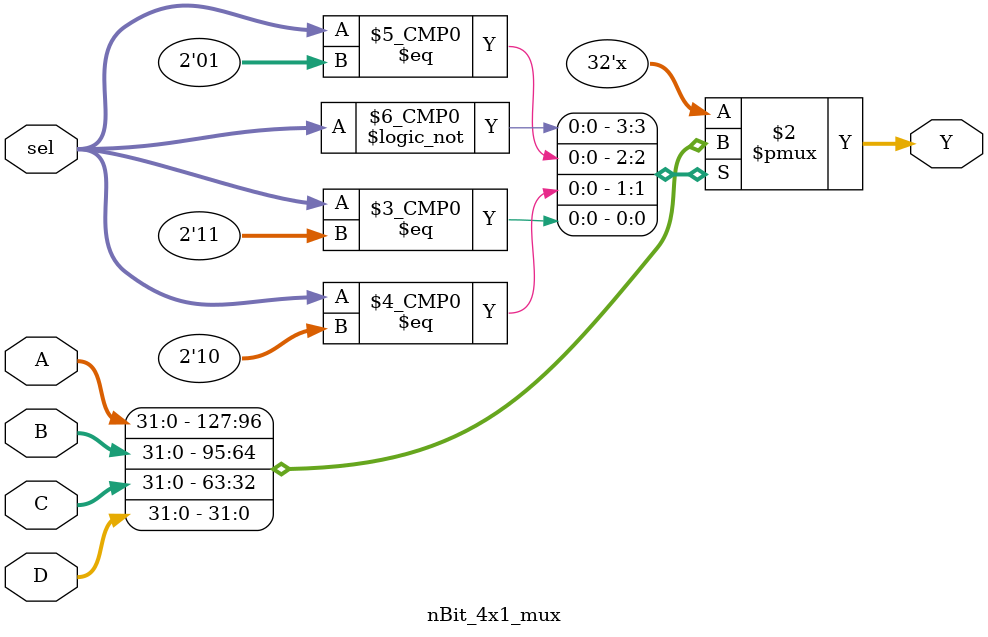
<source format=v>
`timescale 1ns / 1ps


module nBit_4x1_mux #(parameter N = 32)(
    input [N-1:0] A, B, C, D, 
    input [1:0] sel, 
    output reg [N-1:0] Y
);

    always@(*) begin
        case(sel)
            2'b00: Y = A; 
            2'b01: Y = B; 
            2'b10: Y = C; 
            2'b11: Y = D; 
            default: Y = A; 
        endcase
    end
    
endmodule

</source>
